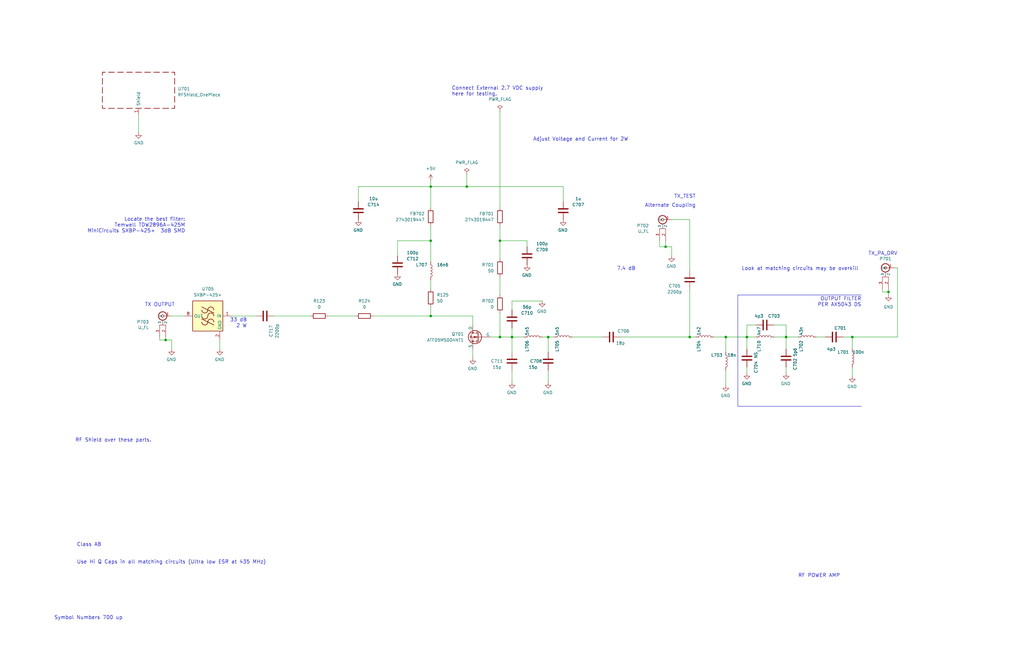
<source format=kicad_sch>
(kicad_sch (version 20230121) (generator eeschema)
  (paper "USLedger")
  (title_block (title "Radiation Tolerant PacSat Communication") (date "2023-06-17") (rev "A") (company "AMSAT-NA") (comment 1 "N5BRG"))
  (lib_symbols
    (symbol "Device:C" (pin_numbers hide) (pin_names (offset 0.254))
      (property "Reference" "C" (at 0.635 2.54 0))
      (property "Value" "C" (at 0.635 -2.54 0))
      (symbol "C_0_1"
        (polyline (pts (xy -2.032 -0.762) (xy 2.032 -0.762)) (stroke (width 0.508)))
        (polyline (pts (xy -2.032 0.762) (xy 2.032 0.762)) (stroke (width 0.508)))
      )
      (symbol "C_1_1"
        (pin passive line (at 0 3.81 270) (length 2.794) (name "~") (number "1"))
        (pin passive line (at 0 -3.81 90) (length 2.794) (name "~") (number "2"))
      )
    )
    (symbol "Device:L" (pin_numbers hide) (pin_names (offset 1.016) hide)
      (property "Reference" "L" (at -1.27 0 90))
      (property "Value" "L" (at 1.905 0 90))
      (symbol "L_0_1"
        (arc (start 0 -2.54) (mid 0.6323 -1.905) (end 0 -1.27))
        (arc (start 0 -1.27) (mid 0.6323 -0.635) (end 0 0))
        (arc (start 0 0) (mid 0.6323 0.635) (end 0 1.27))
        (arc (start 0 1.27) (mid 0.6323 1.905) (end 0 2.54))
      )
      (symbol "L_1_1"
        (pin passive line (at 0 3.81 270) (length 1.27) (name "1") (number "1"))
        (pin passive line (at 0 -3.81 90) (length 1.27) (name "2") (number "2"))
      )
    )
    (symbol "Device:R" (pin_numbers hide) (pin_names (offset 0))
      (property "Reference" "R" (at 2.032 0 90))
      (property "Value" "R" (at 0 0 90))
      (symbol "R_0_1"
        (rectangle (start -1.016 -2.54) (end 1.016 2.54) (stroke (width 0.254)))
      )
      (symbol "R_1_1"
        (pin passive line (at 0 3.81 270) (length 1.27) (name "~") (number "1"))
        (pin passive line (at 0 -3.81 90) (length 1.27) (name "~") (number "2"))
      )
    )
    (symbol "Device:RFShield_OnePiece" (pin_names (offset 1.016))
      (property "Reference" "J" (at 0 5.08 0))
      (property "Value" "RFShield_OnePiece" (at 0 2.54 0))
      (symbol "RFShield_OnePiece_0_1"
        (polyline (pts (xy -15.24 -5.08) (xy -15.24 -2.54)) (stroke (width 0.254)))
        (polyline (pts (xy -15.24 -1.27) (xy -15.24 1.27)) (stroke (width 0.254)))
        (polyline (pts (xy -15.24 2.54) (xy -15.24 5.08)) (stroke (width 0.254)))
        (polyline (pts (xy -12.7 7.62) (xy -10.16 7.62)) (stroke (width 0.254)))
        (polyline (pts (xy -10.16 -7.62) (xy -12.7 -7.62)) (stroke (width 0.254)))
        (polyline (pts (xy -6.35 -7.62) (xy -8.89 -7.62)) (stroke (width 0.254)))
        (polyline (pts (xy -6.35 7.62) (xy -8.89 7.62)) (stroke (width 0.254)))
        (polyline (pts (xy -2.54 -7.62) (xy -5.08 -7.62)) (stroke (width 0.254)))
        (polyline (pts (xy -2.54 7.62) (xy -5.08 7.62)) (stroke (width 0.254)))
        (polyline (pts (xy -1.27 -7.62) (xy 1.27 -7.62)) (stroke (width 0.254)))
        (polyline (pts (xy 1.27 7.62) (xy -1.27 7.62)) (stroke (width 0.254)))
        (polyline (pts (xy 2.54 -7.62) (xy 5.08 -7.62)) (stroke (width 0.254)))
        (polyline (pts (xy 5.08 7.62) (xy 2.54 7.62)) (stroke (width 0.254)))
        (polyline (pts (xy 6.35 -7.62) (xy 8.89 -7.62)) (stroke (width 0.254)))
        (polyline (pts (xy 8.89 7.62) (xy 6.35 7.62)) (stroke (width 0.254)))
        (polyline (pts (xy 10.16 -7.62) (xy 12.7 -7.62)) (stroke (width 0.254)))
        (polyline (pts (xy 12.7 7.62) (xy 10.16 7.62)) (stroke (width 0.254)))
        (polyline (pts (xy 15.24 -5.08) (xy 15.24 -2.54)) (stroke (width 0.254)))
        (polyline (pts (xy 15.24 -1.27) (xy 15.24 1.27)) (stroke (width 0.254)))
        (polyline (pts (xy 15.24 2.54) (xy 15.24 5.08)) (stroke (width 0.254)))
        (polyline (pts (xy -15.24 6.35) (xy -15.24 7.62) (xy -13.97 7.62)) (stroke (width 0.254)))
        (polyline (pts (xy -13.97 -7.62) (xy -15.24 -7.62) (xy -15.24 -6.35)) (stroke (width 0.254)))
        (polyline (pts (xy 13.97 -7.62) (xy 15.24 -7.62) (xy 15.24 -6.35)) (stroke (width 0.254)))
        (polyline (pts (xy 15.24 6.35) (xy 15.24 7.62) (xy 13.97 7.62)) (stroke (width 0.254)))
      )
      (symbol "RFShield_OnePiece_1_1"
        (pin passive line (at 0 -10.16 90) (length 2.54) (name "Shield") (number "1"))
      )
    )
    (symbol "PACSAT_DEV_misc:NMOS" (pin_numbers hide) (pin_names (offset 0))
      (property "Reference" "Q?" (at 6.35 1.27 0))
      (property "Value" "ATF05MS004NT1" (at 6.35 -1.27 0))
      (symbol "NMOS_0_1"
        (polyline (pts (xy 0.254 0) (xy -2.54 0)))
        (polyline (pts (xy 0.254 1.905) (xy 0.254 -1.905)) (stroke (width 0.254)))
        (polyline (pts (xy 0.762 -1.27) (xy 0.762 -2.286)) (stroke (width 0.254)))
        (polyline (pts (xy 0.762 0.508) (xy 0.762 -0.508)) (stroke (width 0.254)))
        (polyline (pts (xy 0.762 2.286) (xy 0.762 1.27)) (stroke (width 0.254)))
        (polyline (pts (xy 2.54 2.54) (xy 2.54 1.778)))
        (polyline (pts (xy 2.54 -2.54) (xy 2.54 0) (xy 0.762 0)))
        (polyline (pts (xy 0.762 -1.778) (xy 3.302 -1.778) (xy 3.302 1.778) (xy 0.762 1.778)))
        (polyline (pts (xy 1.016 0) (xy 2.032 0.381) (xy 2.032 -0.381) (xy 1.016 0)) (fill (type outline)))
        (polyline (pts (xy 2.794 0.508) (xy 2.921 0.381) (xy 3.683 0.381) (xy 3.81 0.254)))
        (polyline (pts (xy 3.302 0.381) (xy 2.921 -0.254) (xy 3.683 -0.254) (xy 3.302 0.381)))
        (circle (center 1.651 0) (radius 2.794) (stroke (width 0.254)))
        (circle (center 2.54 -1.778) (radius 0.254) (fill (type outline)))
        (circle (center 2.54 1.778) (radius 0.254) (fill (type outline)))
      )
      (symbol "NMOS_1_1"
        (pin input line (at -5.08 0 0) (length 2.54) (name "G") (number "1"))
        (pin passive line (at 2.54 -5.08 90) (length 2.54) (name "S") (number "2"))
        (pin passive line (at 2.54 5.08 270) (length 2.54) (name "D") (number "3"))
      )
    )
    (symbol "PACSAT_DEV_misc:U_FL"
      (property "Reference" "U" (at -3.81 2.54 0))
      (symbol "U_FL_0_1"
        (polyline (pts (xy -1.27 -3.81) (xy 1.27 -3.81)))
        (polyline (pts (xy 0 -3.81) (xy 0 -1.778)))
        (circle (center 0 0) (radius 0.508) (stroke (width 0.2032)))
        (circle (center 0 0) (radius 1.778) (stroke (width 0.3048)))
      )
      (symbol "U_FL_1_1"
        (pin bidirectional line (at -3.81 0 0) (length 3.302) (name "In") (number "1"))
        (pin power_in line (at -1.27 -8.89 90) (length 5.08) (name "2") (number "2"))
        (pin power_in line (at 1.27 -8.89 90) (length 5.08) (name "3") (number "3"))
      )
    )
    (symbol "RF_Filter:SXBP-202"
      (property "Reference" "U" (at -6.35 7.62 0))
      (property "Value" "SXBP-202" (at 6.35 7.62 0))
      (symbol "SXBP-202_0_1"
        (rectangle (start -6.35 6.35) (end 6.35 -6.35) (stroke (width 0.254)) (fill (type background)))
        (arc (start 0 -2.54) (mid -1.27 -1.2755) (end -2.54 -2.54) (stroke (width 0.254)))
        (arc (start 0 -2.54) (mid 1.27 -3.8045) (end 2.54 -2.54) (stroke (width 0.254)))
        (arc (start 0 0) (mid -1.27 1.2645) (end -2.54 0) (stroke (width 0.254)))
        (polyline (pts (xy -2.54 -3.81) (xy 2.54 -1.27)) (stroke (width 0.254)))
        (polyline (pts (xy -2.54 1.27) (xy 2.54 3.81)) (stroke (width 0.254)))
        (arc (start 0 0) (mid 1.27 -1.2645) (end 2.54 0) (stroke (width 0.254)))
        (arc (start 0 2.54) (mid -1.27 3.8045) (end -2.54 2.54) (stroke (width 0.254)))
        (arc (start 0 2.54) (mid 1.27 1.2755) (end 2.54 2.54) (stroke (width 0.254)))
      )
      (symbol "SXBP-202_1_1"
        (pin input line (at -10.16 0 0) (length 3.81) (name "IN") (number "1"))
        (pin power_in line (at -5.08 -10.16 90) (length 3.81) (name "GND") (number "2"))
        (pin passive line (at -5.08 -10.16 90) (length 3.81) hide (name "GND") (number "3"))
        (pin passive line (at -5.08 -10.16 90) (length 3.81) hide (name "GND") (number "4"))
        (pin passive line (at -5.08 -10.16 90) (length 3.81) hide (name "GND") (number "5"))
        (pin passive line (at -5.08 -10.16 90) (length 3.81) hide (name "GND") (number "6"))
        (pin passive line (at -5.08 -10.16 90) (length 3.81) hide (name "GND") (number "7"))
        (pin output line (at 10.16 0 180) (length 3.81) (name "OUT") (number "8"))
      )
    )
    (symbol "power:+5V" (power) (pin_names (offset 0))
      (property "Value" "+5V" (at 0 3.556 0))
      (symbol "+5V_0_1"
        (polyline (pts (xy -0.762 1.27) (xy 0 2.54)))
        (polyline (pts (xy 0 0) (xy 0 2.54)))
        (polyline (pts (xy 0 2.54) (xy 0.762 1.27)))
      )
      (symbol "+5V_1_1"
        (pin power_in line (at 0 0 90) (length 0) hide (name "+5V") (number "1"))
      )
    )
    (symbol "power:GND" (power) (pin_names (offset 0))
      (property "Value" "GND" (at 0 -3.81 0))
      (symbol "GND_0_1"
        (polyline (pts (xy 0 0) (xy 0 -1.27) (xy 1.27 -1.27) (xy 0 -2.54) (xy -1.27 -1.27) (xy 0 -1.27)))
      )
      (symbol "GND_1_1"
        (pin power_in line (at 0 0 270) (length 0) hide (name "GND") (number "1"))
      )
    )
    (symbol "power:PWR_FLAG" (power) (pin_numbers hide) (pin_names (offset 0) hide)
      (property "Value" "PWR_FLAG" (at 0 3.81 0))
      (symbol "PWR_FLAG_0_0"
        (pin power_out line (at 0 0 90) (length 0) (name "pwr") (number "1"))
      )
      (symbol "PWR_FLAG_0_1"
        (polyline (pts (xy 0 0) (xy 0 1.27) (xy -1.016 1.905) (xy 0 2.54) (xy 1.016 1.905) (xy 0 1.27)))
      )
    )
  )
  (junction (at 314.96 142.24))
  (junction (at 231.14 142.24))
  (junction (at 306.07 142.24))
  (junction (at 215.9 142.24))
  (junction (at 181.61 101.6))
  (junction (at 181.61 133.35))
  (junction (at 210.82 142.24))
  (junction (at 69.85 143.51))
  (junction (at 331.47 142.24))
  (junction (at 359.41 142.24))
  (junction (at 181.61 78.74))
  (junction (at 210.82 101.6))
  (junction (at 290.83 142.24))
  (junction (at 280.67 104.14))
  (junction (at 196.85 78.74))
  (junction (at 374.65 123.19))
  (wire (pts (xy 210.82 101.6) (xy 210.82 109.22)))
  (wire (pts (xy 69.85 143.51) (xy 69.85 142.24)))
  (wire (pts (xy 210.82 116.84) (xy 210.82 124.46)))
  (wire (pts (xy 378.46 142.24) (xy 359.41 142.24)))
  (wire (pts (xy 378.46 113.03) (xy 378.46 142.24)))
  (wire (pts (xy 199.39 147.32) (xy 199.39 151.13)))
  (wire (pts (xy 293.37 142.24) (xy 290.83 142.24)))
  (wire (pts (xy 233.68 142.24) (xy 231.14 142.24)))
  (wire (pts (xy 372.11 121.92) (xy 372.11 123.19)))
  (wire (pts (xy 181.61 78.74) (xy 181.61 87.63)))
  (wire (pts (xy 359.41 142.24) (xy 359.41 147.32)))
  (wire (pts (xy 331.47 137.16) (xy 326.39 137.16)))
  (polyline (pts (xy 311.15 124.46) (xy 311.15 171.45)))
  (wire (pts (xy 254 142.24) (xy 241.3 142.24)))
  (wire (pts (xy 92.71 147.32) (xy 92.71 143.51)))
  (wire (pts (xy 347.98 142.24) (xy 344.17 142.24)))
  (wire (pts (xy 67.31 143.51) (xy 67.31 142.24)))
  (wire (pts (xy 210.82 142.24) (xy 207.01 142.24)))
  (wire (pts (xy 290.83 142.24) (xy 261.62 142.24)))
  (wire (pts (xy 374.65 121.92) (xy 374.65 123.19)))
  (wire (pts (xy 359.41 154.94) (xy 359.41 158.75)))
  (wire (pts (xy 77.47 133.35) (xy 72.39 133.35)))
  (wire (pts (xy 215.9 142.24) (xy 210.82 142.24)))
  (wire (pts (xy 215.9 142.24) (xy 215.9 138.43)))
  (wire (pts (xy 278.13 104.14) (xy 278.13 101.6)))
  (wire (pts (xy 157.48 133.35) (xy 181.61 133.35)))
  (wire (pts (xy 306.07 142.24) (xy 306.07 148.59)))
  (wire (pts (xy 280.67 104.14) (xy 278.13 104.14)))
  (wire (pts (xy 151.13 78.74) (xy 181.61 78.74)))
  (wire (pts (xy 72.39 143.51) (xy 69.85 143.51)))
  (wire (pts (xy 222.25 101.6) (xy 210.82 101.6)))
  (wire (pts (xy 167.64 101.6) (xy 167.64 107.95)))
  (wire (pts (xy 374.65 123.19) (xy 372.11 123.19)))
  (wire (pts (xy 107.95 133.35) (xy 97.79 133.35)))
  (wire (pts (xy 280.67 104.14) (xy 280.67 101.6)))
  (wire (pts (xy 196.85 73.66) (xy 196.85 78.74)))
  (wire (pts (xy 290.83 121.92) (xy 290.83 142.24)))
  (wire (pts (xy 314.96 154.94) (xy 314.96 157.48)))
  (wire (pts (xy 181.61 95.25) (xy 181.61 101.6)))
  (wire (pts (xy 359.41 142.24) (xy 355.6 142.24)))
  (wire (pts (xy 215.9 127) (xy 228.6 127)))
  (wire (pts (xy 306.07 142.24) (xy 300.99 142.24)))
  (wire (pts (xy 314.96 142.24) (xy 306.07 142.24)))
  (wire (pts (xy 199.39 133.35) (xy 181.61 133.35)))
  (wire (pts (xy 331.47 142.24) (xy 331.47 147.32)))
  (wire (pts (xy 318.77 142.24) (xy 314.96 142.24)))
  (wire (pts (xy 151.13 85.09) (xy 151.13 78.74)))
  (wire (pts (xy 210.82 132.08) (xy 210.82 142.24)))
  (wire (pts (xy 231.14 142.24) (xy 228.6 142.24)))
  (wire (pts (xy 215.9 130.81) (xy 215.9 127)))
  (wire (pts (xy 181.61 101.6) (xy 167.64 101.6)))
  (wire (pts (xy 283.21 104.14) (xy 280.67 104.14)))
  (wire (pts (xy 181.61 101.6) (xy 181.61 110.49)))
  (wire (pts (xy 283.21 92.71) (xy 290.83 92.71)))
  (wire (pts (xy 237.49 78.74) (xy 237.49 85.09)))
  (wire (pts (xy 181.61 118.11) (xy 181.61 121.92)))
  (wire (pts (xy 374.65 123.19) (xy 374.65 124.46)))
  (wire (pts (xy 331.47 137.16) (xy 331.47 142.24)))
  (wire (pts (xy 215.9 156.21) (xy 215.9 161.29)))
  (wire (pts (xy 115.57 133.35) (xy 130.81 133.35)))
  (wire (pts (xy 314.96 142.24) (xy 314.96 147.32)))
  (wire (pts (xy 210.82 46.99) (xy 210.82 87.63)))
  (wire (pts (xy 196.85 78.74) (xy 181.61 78.74)))
  (wire (pts (xy 290.83 92.71) (xy 290.83 114.3)))
  (wire (pts (xy 318.77 137.16) (xy 314.96 137.16)))
  (wire (pts (xy 199.39 137.16) (xy 199.39 133.35)))
  (wire (pts (xy 220.98 142.24) (xy 215.9 142.24)))
  (wire (pts (xy 336.55 142.24) (xy 331.47 142.24)))
  (polyline (pts (xy 363.22 124.46) (xy 311.15 124.46)))
  (wire (pts (xy 181.61 78.74) (xy 181.61 76.2)))
  (wire (pts (xy 377.19 113.03) (xy 378.46 113.03)))
  (wire (pts (xy 222.25 104.14) (xy 222.25 101.6)))
  (wire (pts (xy 196.85 78.74) (xy 237.49 78.74)))
  (wire (pts (xy 231.14 156.21) (xy 231.14 161.29)))
  (wire (pts (xy 58.42 48.26) (xy 58.42 55.88)))
  (wire (pts (xy 181.61 129.54) (xy 181.61 133.35)))
  (wire (pts (xy 138.43 133.35) (xy 149.86 133.35)))
  (wire (pts (xy 331.47 142.24) (xy 326.39 142.24)))
  (wire (pts (xy 210.82 95.25) (xy 210.82 101.6)))
  (wire (pts (xy 231.14 142.24) (xy 231.14 148.59)))
  (wire (pts (xy 331.47 154.94) (xy 331.47 157.48)))
  (wire (pts (xy 215.9 142.24) (xy 215.9 148.59)))
  (wire (pts (xy 283.21 104.14) (xy 283.21 107.95)))
  (wire (pts (xy 306.07 156.21) (xy 306.07 162.56)))
  (wire (pts (xy 314.96 137.16) (xy 314.96 142.24)))
  (polyline (pts (xy 311.15 171.45) (xy 363.22 171.45)))
  (wire (pts (xy 72.39 143.51) (xy 72.39 147.32)))
  (wire (pts (xy 69.85 143.51) (xy 67.31 143.51)))
  (text "Alternate Coupling" (at 293.37 87.63 0) (effects (font (size 1.524 1.524)) (justify right bottom)))
  (text "Adjust Voltage and Current for 2W" (at 224.79 59.69 0) (effects (font (size 1.524 1.524)) (justify left bottom)))
  (text "Symbol Numbers 700 up" (at 22.86 261.62 0) (effects (font (size 1.524 1.524)) (justify left bottom)))
  (text "RF Shield over these parts." (at 31.75 186.69 0) (effects (font (size 1.524 1.524)) (justify left bottom)))
  (text "33 dB\n2 W" (at 104.14 138.43 0) (effects (font (size 1.524 1.524)) (justify right bottom)))
  (text "RF POWER AMP" (at 336.55 243.84 0) (effects (font (size 1.524 1.524)) (justify left bottom)))
  (text "7.4 dB" (at 267.97 114.3 0) (effects (font (size 1.524 1.524)) (justify right bottom)))
  (text "OUTPUT FILTER\nPER AX5043 DS" (at 363.22 129.54 0) (effects (font (size 1.524 1.524)) (justify right bottom)))
  (text "TX_TEST" (at 293.37 83.82 0) (effects (font (size 1.524 1.524)) (justify right bottom)))
  (text "TX_PA_DRV" (at 378.46 107.95 0) (effects (font (size 1.524 1.524)) (justify right bottom)))
  (text "Locate the best filter:\nTemwell TDW2896A-425M\nMiniCircuits SXBP-425+  3dB SMD" (at 78.105 98.425 0) (effects (font (size 1.524 1.524)) (justify right bottom)))
  (text "Connect External 2.7 VDC supply\nhere for testing." (at 190.5 40.64 0) (effects (font (size 1.524 1.524)) (justify left bottom)))
  (text "Look at matching circuits may be overkill" (at 361.95 114.3 0) (effects (font (size 1.524 1.524)) (justify right bottom)))
  (text "TX OUTPUT" (at 73.66 129.54 0) (effects (font (size 1.524 1.524)) (justify right bottom)))
  (text "\nClass AB \n\n\nUse Hi Q Caps in all matching circuits (Ultra low ESR at 435 MHz)" (at 32.385 238.125 0) (effects (font (size 1.524 1.524)) (justify left bottom)))
  (symbol (lib_id "PACSAT_DEV_misc:U_FL") (at 373.38 113.03 0) (mirror y) (unit 1)
    (property "Reference" "P701" (at 375.92 109.22 0) (effects (justify left)))
    (property "Value" "~" (at 373.38 113.03 0))
    (property "Footprint" "PacSatDev_misc:U_FL" (effects hide))
  )
  (symbol (lib_id "Device:L") (at 359.41 151.13 0) (mirror x) (unit 1)
    (property "Reference" "L701" (at 355.6 148.59 0))
    (property "Value" "100n" (at 361.95 148.59 0))
    (property "Footprint" "PacSatDev_murata:L_0603" (effects hide))
  )
  (symbol (lib_id "power:GND") (at 237.49 92.71 0) (mirror y) (unit 1)
    (property "Reference" "#PWR0156" (effects hide))
    (property "Value" "GND" (at 237.363 97.1042 0))
  )
  (symbol (lib_id "Device:C") (at 167.64 111.76 0) (mirror y) (unit 1)
    (property "Reference" "C712" (at 173.99 109.22 0))
    (property "Value" "100p" (at 173.99 106.68 0))
    (property "Footprint" "Capacitor_SMD:C_0603_1608Metric_Pad1.08x0.95mm_HandSolder" (effects hide))
  )
  (symbol (lib_id "power:PWR_FLAG") (at 210.82 46.99 0) (unit 1)
    (property "Reference" "#FLG089" (effects hide))
    (property "Value" "PWR_FLAG" (at 210.82 41.91 0))
  )
  (symbol (lib_id "PACSAT_DEV_misc:NMOS") (at 201.93 142.24 0) (mirror y) (unit 1)
    (property "Reference" "Q701" (at 195.58 140.97 0) (effects (justify left)))
    (property "Value" "ATF05MS004NT1" (at 195.58 143.51 0) (effects (justify left)))
    (property "Footprint" "Package_TO_SOT_SMD:SOT-89-3" (effects hide))
    (property "Datasheet" "https://ngspice.sourceforge.io/docs/ngspice-manual.pdf" (effects hide))
    (property "Sim.Device" "NMOS" (effects hide))
    (property "Sim.Type" "VDMOS" (effects hide))
    (property "Sim.Pins" "3=D 1=G 2=S" (effects hide))
  )
  (symbol (lib_id "Device:C") (at 231.14 152.4 0) (mirror y) (unit 1)
    (property "Reference" "C708" (at 226.06 152.4 0))
    (property "Value" "15p" (at 224.79 154.94 0))
    (property "Footprint" "Capacitor_SMD:C_0603_1608Metric_Pad1.08x0.95mm_HandSolder" (effects hide))
  )
  (symbol (lib_id "power:GND") (at 331.47 157.48 0) (mirror y) (unit 1)
    (property "Reference" "#PWR0152" (effects hide))
    (property "Value" "GND" (at 331.343 161.8742 0))
  )
  (symbol (lib_id "power:GND") (at 374.65 124.46 0) (mirror y) (unit 1)
    (property "Reference" "#PWR0150" (effects hide))
    (property "Value" "GND" (at 374.65 129.54 0))
  )
  (symbol (lib_id "power:GND") (at 167.64 115.57 0) (mirror y) (unit 1)
    (property "Reference" "#PWR0194" (effects hide))
    (property "Value" "GND" (at 167.513 119.9642 0))
  )
  (symbol (lib_id "power:GND") (at 231.14 161.29 0) (mirror y) (unit 1)
    (property "Reference" "#PWR0157" (effects hide))
    (property "Value" "GND" (at 231.013 165.6842 0))
  )
  (symbol (lib_id "Device:RFShield_OnePiece") (at 58.42 38.1 0) (unit 1)
    (property "Reference" "U701" (at 74.93 37.465 0) (effects (justify left)))
    (property "Value" "RFShield_OnePiece" (at 74.93 40.005 0) (effects (justify left)))
    (property "Footprint" "PacSatDev_misc:RF_SHIELD_PAD" (effects hide))
  )
  (symbol (lib_id "PACSAT_DEV_misc:U_FL") (at 68.58 133.35 0) (mirror y) (unit 1)
    (property "Reference" "P703" (at 62.8142 135.8646 0) (effects (justify left)))
    (property "Value" "U_FL" (at 62.8142 138.176 0) (effects (justify left)))
    (property "Footprint" "PacSatDev_misc:U_FL" (effects hide))
  )
  (symbol (lib_id "power:GND") (at 283.21 107.95 0) (mirror y) (unit 1)
    (property "Reference" "#PWR0155" (effects hide))
    (property "Value" "GND" (at 283.083 112.3442 0))
  )
  (symbol (lib_id "power:GND") (at 222.25 111.76 0) (mirror y) (unit 1)
    (property "Reference" "#PWR0159" (effects hide))
    (property "Value" "GND" (at 222.123 116.1542 0))
  )
  (symbol (lib_id "power:GND") (at 215.9 161.29 0) (mirror y) (unit 1)
    (property "Reference" "#PWR0160" (effects hide))
    (property "Value" "GND" (at 215.773 165.6842 0))
  )
  (symbol (lib_id "power:GND") (at 72.39 147.32 0) (mirror y) (unit 1)
    (property "Reference" "#PWR0200" (effects hide))
    (property "Value" "GND" (at 72.263 151.7142 0))
  )
  (symbol (lib_id "Device:C") (at 237.49 88.9 0) (mirror y) (unit 1)
    (property "Reference" "C707" (at 243.84 86.36 0))
    (property "Value" "1u" (at 243.84 83.82 0))
    (property "Footprint" "Capacitor_SMD:C_0603_1608Metric_Pad1.08x0.95mm_HandSolder" (effects hide))
  )
  (symbol (lib_id "power:GND") (at 151.13 92.71 0) (mirror y) (unit 1)
    (property "Reference" "#PWR0196" (effects hide))
    (property "Value" "GND" (at 151.003 97.1042 0))
  )
  (symbol (lib_id "Device:C") (at 151.13 88.9 0) (mirror y) (unit 1)
    (property "Reference" "C714" (at 157.48 86.36 0))
    (property "Value" "10u" (at 157.48 83.82 0))
    (property "Footprint" "Capacitor_SMD:C_0603_1608Metric_Pad1.08x0.95mm_HandSolder" (effects hide))
  )
  (symbol (lib_id "Device:C") (at 331.47 151.13 0) (mirror x) (unit 1)
    (property "Reference" "C702" (at 335.28 153.67 90))
    (property "Value" "5p6" (at 335.28 148.59 90))
    (property "Footprint" "Capacitor_SMD:C_0603_1608Metric_Pad1.08x0.95mm_HandSolder" (effects hide))
  )
  (symbol (lib_id "power:GND") (at 228.6 127 0) (mirror y) (unit 1)
    (property "Reference" "#PWR0158" (effects hide))
    (property "Value" "GND" (at 228.473 131.3942 0))
  )
  (symbol (lib_id "Device:C") (at 314.96 151.13 0) (mirror y) (unit 1)
    (property "Reference" "C704" (at 318.77 154.94 90))
    (property "Value" "NS" (at 318.77 149.86 90))
    (property "Footprint" "Capacitor_SMD:C_0603_1608Metric_Pad1.08x0.95mm_HandSolder" (effects hide))
  )
  (symbol (lib_id "Device:R") (at 210.82 91.44 0) (mirror y) (unit 1)
    (property "Reference" "FB701" (at 208.28 90.17 0) (effects (justify left)))
    (property "Value" "2743019447" (at 208.28 92.71 0) (effects (justify left)))
    (property "Footprint" "Resistor_SMD:R_0603_1608Metric_Pad0.98x0.95mm_HandSolder" (effects hide))
  )
  (symbol (lib_id "power:GND") (at 306.07 162.56 0) (mirror y) (unit 1)
    (property "Reference" "#PWR0154" (effects hide))
    (property "Value" "GND" (at 305.943 166.9542 0))
  )
  (symbol (lib_id "Device:C") (at 290.83 118.11 0) (mirror x) (unit 1)
    (property "Reference" "C705" (at 284.48 120.65 0))
    (property "Value" "2200p" (at 284.48 123.19 0))
    (property "Footprint" "Capacitor_SMD:C_0603_1608Metric_Pad1.08x0.95mm_HandSolder" (effects hide))
  )
  (symbol (lib_id "Device:L") (at 181.61 114.3 0) (mirror x) (unit 1)
    (property "Reference" "L707" (at 177.8 111.76 0))
    (property "Value" "16n6" (at 186.69 111.76 0))
    (property "Footprint" "PacSatDev_misc:L_Murata_LQH2MCNxxxx02_2.0x1.6mm" (effects hide))
  )
  (symbol (lib_id "Device:L") (at 322.58 142.24 270) (mirror x) (unit 1)
    (property "Reference" "L710" (at 320.04 146.05 0))
    (property "Value" "4n7" (at 320.04 139.7 0))
    (property "Footprint" "Inductor_SMD:L_0201_0603Metric_Pad0.64x0.40mm_HandSolder" (effects hide))
  )
  (symbol (lib_id "Device:R") (at 153.67 133.35 90) (mirror x) (unit 1)
    (property "Reference" "R124" (at 153.67 127 90))
    (property "Value" "0" (at 153.67 129.54 90))
    (property "Footprint" "Resistor_SMD:R_0603_1608Metric_Pad0.98x0.95mm_HandSolder" (effects hide))
  )
  (symbol (lib_id "Device:C") (at 351.79 142.24 270) (mirror x) (unit 1)
    (property "Reference" "C701" (at 354.33 138.43 90))
    (property "Value" "4p3" (at 350.52 147.32 90))
    (property "Footprint" "Capacitor_SMD:C_0603_1608Metric_Pad1.08x0.95mm_HandSolder" (effects hide))
  )
  (symbol (lib_id "power:GND") (at 314.96 157.48 0) (mirror y) (unit 1)
    (property "Reference" "#PWR0153" (effects hide))
    (property "Value" "GND" (at 314.833 161.8742 0))
  )
  (symbol (lib_id "Device:L") (at 340.36 142.24 270) (mirror x) (unit 1)
    (property "Reference" "L702" (at 337.82 146.05 0))
    (property "Value" "43n" (at 337.82 139.7 0))
    (property "Footprint" "PacSatDev_misc:L_Murata_LQH2MCNxxxx02_2.0x1.6mm" (effects hide))
  )
  (symbol (lib_id "power:GND") (at 92.71 147.32 0) (mirror y) (unit 1)
    (property "Reference" "#PWR0199" (effects hide))
    (property "Value" "GND" (at 92.583 151.7142 0))
  )
  (symbol (lib_id "Device:C") (at 215.9 152.4 0) (mirror y) (unit 1)
    (property "Reference" "C711" (at 209.55 152.4 0))
    (property "Value" "15p" (at 209.55 154.94 0))
    (property "Footprint" "Capacitor_SMD:C_0603_1608Metric_Pad1.08x0.95mm_HandSolder" (effects hide))
  )
  (symbol (lib_id "Device:R") (at 210.82 128.27 0) (mirror y) (unit 1)
    (property "Reference" "R702" (at 208.28 127 0) (effects (justify left)))
    (property "Value" "0" (at 208.28 129.54 0) (effects (justify left)))
    (property "Footprint" "Resistor_SMD:R_0603_1608Metric_Pad0.98x0.95mm_HandSolder" (effects hide))
  )
  (symbol (lib_id "Device:C") (at 215.9 134.62 0) (mirror y) (unit 1)
    (property "Reference" "C710" (at 222.25 132.08 0))
    (property "Value" "56p" (at 222.25 129.54 0))
    (property "Footprint" "Capacitor_SMD:C_0603_1608Metric_Pad1.08x0.95mm_HandSolder" (effects hide))
  )
  (symbol (lib_id "RF_Filter:SXBP-202") (at 87.63 133.35 0) (mirror y) (unit 1)
    (property "Reference" "U705" (at 87.63 121.92 0))
    (property "Value" "SXBP-425+" (at 87.63 124.46 0))
    (property "Footprint" "PacSatDev_misc:Mini-Circuits_HF1139_LandPatternPL-230" (effects hide))
    (property "Datasheet" "https://www.minicircuits.com/pdfs/SXBP-202+.pdf" (effects hide))
  )
  (symbol (lib_id "power:GND") (at 359.41 158.75 0) (mirror y) (unit 1)
    (property "Reference" "#PWR0151" (effects hide))
    (property "Value" "GND" (at 359.283 163.1442 0))
  )
  (symbol (lib_id "PACSAT_DEV_misc:U_FL") (at 279.4 92.71 0) (mirror y) (unit 1)
    (property "Reference" "P702" (at 273.6342 95.2246 0) (effects (justify left)))
    (property "Value" "U_FL" (at 273.6342 97.536 0) (effects (justify left)))
    (property "Footprint" "PacSatDev_misc:U_FL" (effects hide))
  )
  (symbol (lib_id "power:GND") (at 58.42 55.88 0) (unit 1)
    (property "Reference" "#PWR0701" (effects hide))
    (property "Value" "GND" (at 58.547 60.2742 0))
  )
  (symbol (lib_id "Device:C") (at 111.76 133.35 270) (mirror x) (unit 1)
    (property "Reference" "C717" (at 114.3 139.7 0))
    (property "Value" "2200p" (at 116.84 139.7 0))
    (property "Footprint" "Capacitor_SMD:C_0603_1608Metric_Pad1.08x0.95mm_HandSolder" (effects hide))
  )
  (symbol (lib_id "power:+5V") (at 181.61 76.2 0) (mirror y) (unit 1)
    (property "Reference" "#PWR0193" (effects hide))
    (property "Value" "+5V" (at 181.61 71.12 0))
  )
  (symbol (lib_id "power:GND") (at 199.39 151.13 0) (mirror y) (unit 1)
    (property "Reference" "#PWR0161" (effects hide))
    (property "Value" "GND" (at 199.263 155.5242 0))
  )
  (symbol (lib_id "Device:R") (at 210.82 113.03 0) (mirror y) (unit 1)
    (property "Reference" "R701" (at 208.28 111.76 0) (effects (justify left)))
    (property "Value" "50" (at 208.28 114.3 0) (effects (justify left)))
    (property "Footprint" "Resistor_SMD:R_0603_1608Metric_Pad0.98x0.95mm_HandSolder" (effects hide))
  )
  (symbol (lib_id "Device:R") (at 181.61 125.73 0) (mirror y) (unit 1)
    (property "Reference" "R125" (at 184.15 124.46 0) (effects (justify right)))
    (property "Value" "50" (at 184.15 127 0) (effects (justify right)))
    (property "Footprint" "Resistor_SMD:R_0603_1608Metric_Pad0.98x0.95mm_HandSolder" (effects hide))
  )
  (symbol (lib_id "Device:L") (at 306.07 152.4 0) (mirror x) (unit 1)
    (property "Reference" "L703" (at 302.26 149.86 0))
    (property "Value" "18n" (at 308.61 149.86 0))
    (property "Footprint" "PacSatDev_murata:L_0603" (effects hide))
  )
  (symbol (lib_id "Device:C") (at 257.81 142.24 90) (mirror x) (unit 1)
    (property "Reference" "C706" (at 262.89 139.7 90))
    (property "Value" "18p" (at 261.62 144.78 90))
    (property "Footprint" "Capacitor_SMD:C_0603_1608Metric_Pad1.08x0.95mm_HandSolder" (effects hide))
  )
  (symbol (lib_id "Device:R") (at 181.61 91.44 0) (mirror y) (unit 1)
    (property "Reference" "FB702" (at 179.07 90.17 0) (effects (justify left)))
    (property "Value" "2743019447" (at 179.07 92.71 0) (effects (justify left)))
    (property "Footprint" "Resistor_SMD:R_0603_1608Metric_Pad0.98x0.95mm_HandSolder" (effects hide))
  )
  (symbol (lib_id "power:PWR_FLAG") (at 196.85 73.66 0) (unit 1)
    (property "Reference" "#FLG0701" (effects hide))
    (property "Value" "PWR_FLAG" (at 196.85 68.58 0))
  )
  (symbol (lib_id "Device:C") (at 322.58 137.16 270) (mirror x) (unit 1)
    (property "Reference" "C703" (at 326.39 133.35 90))
    (property "Value" "4p3" (at 320.04 133.35 90))
    (property "Footprint" "Capacitor_SMD:C_0603_1608Metric_Pad1.08x0.95mm_HandSolder" (effects hide))
  )
  (symbol (lib_id "Device:C") (at 222.25 107.95 0) (mirror y) (unit 1)
    (property "Reference" "C709" (at 228.6 105.41 0))
    (property "Value" "100p" (at 228.6 102.87 0))
    (property "Footprint" "Capacitor_SMD:C_0603_1608Metric_Pad1.08x0.95mm_HandSolder" (effects hide))
  )
  (symbol (lib_id "Device:L") (at 224.79 142.24 270) (mirror x) (unit 1)
    (property "Reference" "L706" (at 222.25 146.05 0))
    (property "Value" "5n5" (at 222.25 139.7 0))
    (property "Footprint" "PacSatDev_misc:L_Murata_LQH2MCNxxxx02_2.0x1.6mm" (effects hide))
  )
  (symbol (lib_id "Device:L") (at 237.49 142.24 270) (mirror x) (unit 1)
    (property "Reference" "L705" (at 234.95 146.05 0))
    (property "Value" "5n5" (at 234.95 139.7 0))
    (property "Footprint" "PacSatDev_misc:L_Murata_LQH2MCNxxxx02_2.0x1.6mm" (effects hide))
  )
  (symbol (lib_id "Device:R") (at 134.62 133.35 90) (mirror x) (unit 1)
    (property "Reference" "R123" (at 134.62 127 90))
    (property "Value" "0" (at 134.62 129.54 90))
    (property "Footprint" "Resistor_SMD:R_0603_1608Metric_Pad0.98x0.95mm_HandSolder" (effects hide))
  )
  (symbol (lib_id "Device:L") (at 297.18 142.24 270) (mirror x) (unit 1)
    (property "Reference" "L704" (at 294.64 146.05 0))
    (property "Value" "1n2" (at 294.64 139.7 0))
    (property "Footprint" "PacSatDev_misc:L_Murata_LQH2MCNxxxx02_2.0x1.6mm" (effects hide))
  )
)
</source>
